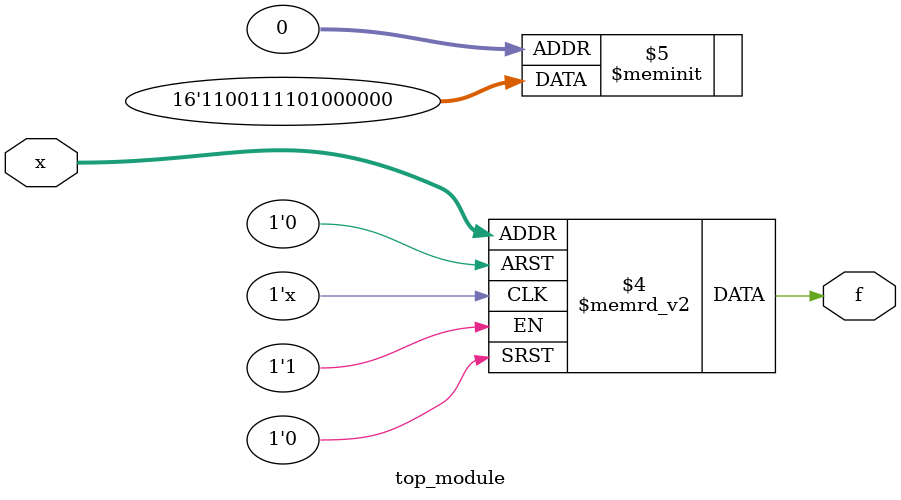
<source format=sv>
module top_module (
    input [4:1] x,
    output logic f
);
    always @(*) begin
        case (x)
            4'b0000: f = 1'b0;
            4'b0001: f = 1'b0;
            4'b0010: f = 1'b0;
            4'b0011: f = 1'b0;
            4'b0100: f = 1'b0;
            4'b0110: f = 1'b1;
            4'b1000: f = 1'b1;
            4'b1001: f = 1'b1;
            4'b1010: f = 1'b1;
            4'b1011: f = 1'b1;
            4'b1110: f = 1'b1;
            4'b1111: f = 1'b1;
            default: f = 1'b0;
        endcase
    end
endmodule

</source>
